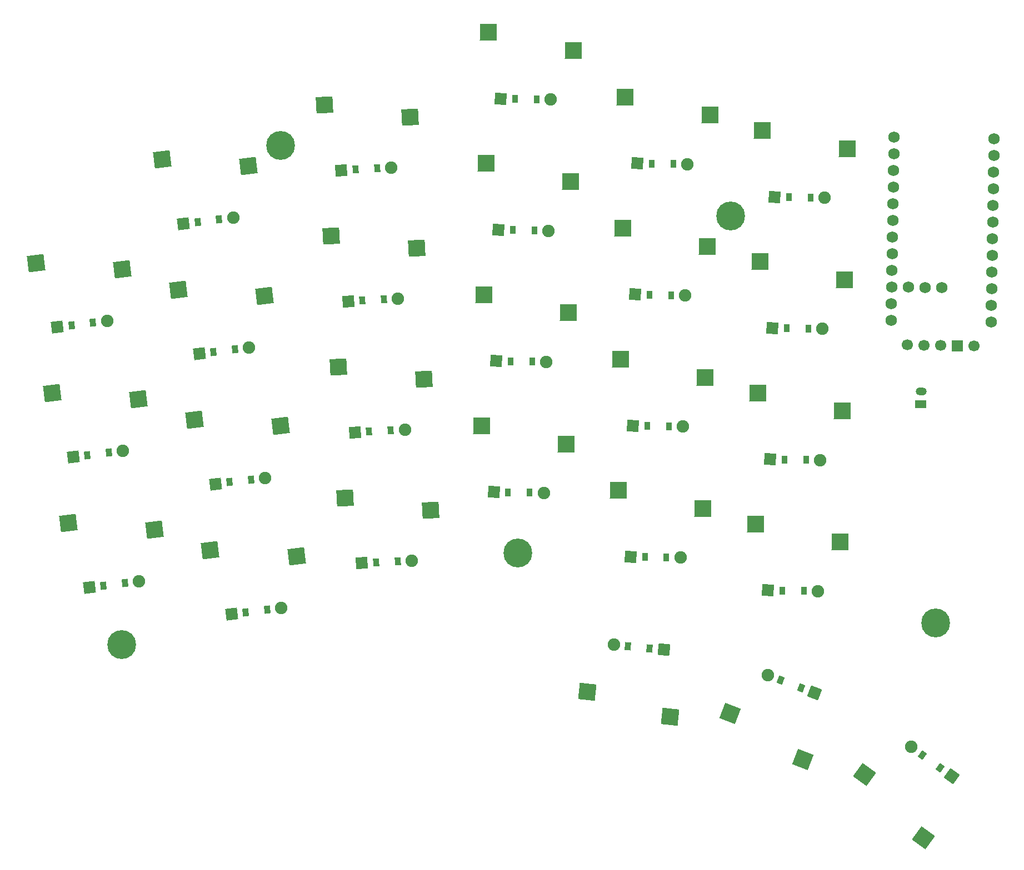
<source format=gbr>
%TF.GenerationSoftware,KiCad,Pcbnew,9.0.0*%
%TF.CreationDate,2025-03-06T12:11:22-05:00*%
%TF.ProjectId,proto1,70726f74-6f31-42e6-9b69-6361645f7063,v1.0.0*%
%TF.SameCoordinates,Original*%
%TF.FileFunction,Copper,L1,Top*%
%TF.FilePolarity,Positive*%
%FSLAX46Y46*%
G04 Gerber Fmt 4.6, Leading zero omitted, Abs format (unit mm)*
G04 Created by KiCad (PCBNEW 9.0.0) date 2025-03-06 12:11:22*
%MOMM*%
%LPD*%
G01*
G04 APERTURE LIST*
G04 Aperture macros list*
%AMHorizOval*
0 Thick line with rounded ends*
0 $1 width*
0 $2 $3 position (X,Y) of the first rounded end (center of the circle)*
0 $4 $5 position (X,Y) of the second rounded end (center of the circle)*
0 Add line between two ends*
20,1,$1,$2,$3,$4,$5,0*
0 Add two circle primitives to create the rounded ends*
1,1,$1,$2,$3*
1,1,$1,$4,$5*%
%AMRotRect*
0 Rectangle, with rotation*
0 The origin of the aperture is its center*
0 $1 length*
0 $2 width*
0 $3 Rotation angle, in degrees counterclockwise*
0 Add horizontal line*
21,1,$1,$2,0,0,$3*%
G04 Aperture macros list end*
%TA.AperFunction,SMDPad,CuDef*%
%ADD10RotRect,2.550000X2.500000X7.000000*%
%TD*%
%TA.AperFunction,SMDPad,CuDef*%
%ADD11RotRect,2.550000X2.500000X3.000000*%
%TD*%
%TA.AperFunction,SMDPad,CuDef*%
%ADD12RotRect,2.550000X2.500000X359.000000*%
%TD*%
%TA.AperFunction,SMDPad,CuDef*%
%ADD13RotRect,2.550000X2.500000X174.000000*%
%TD*%
%TA.AperFunction,SMDPad,CuDef*%
%ADD14RotRect,2.550000X2.500000X159.000000*%
%TD*%
%TA.AperFunction,SMDPad,CuDef*%
%ADD15RotRect,2.550000X2.500000X144.000000*%
%TD*%
%TA.AperFunction,SMDPad,CuDef*%
%ADD16RotRect,0.900000X1.200000X7.000000*%
%TD*%
%TA.AperFunction,ComponentPad*%
%ADD17RotRect,1.778000X1.778000X7.000000*%
%TD*%
%TA.AperFunction,ComponentPad*%
%ADD18C,1.905000*%
%TD*%
%TA.AperFunction,SMDPad,CuDef*%
%ADD19RotRect,0.900000X1.200000X3.000000*%
%TD*%
%TA.AperFunction,ComponentPad*%
%ADD20RotRect,1.778000X1.778000X3.000000*%
%TD*%
%TA.AperFunction,SMDPad,CuDef*%
%ADD21RotRect,0.900000X1.200000X359.000000*%
%TD*%
%TA.AperFunction,ComponentPad*%
%ADD22RotRect,1.778000X1.778000X359.000000*%
%TD*%
%TA.AperFunction,SMDPad,CuDef*%
%ADD23RotRect,0.900000X1.200000X174.000000*%
%TD*%
%TA.AperFunction,ComponentPad*%
%ADD24RotRect,1.778000X1.778000X174.000000*%
%TD*%
%TA.AperFunction,SMDPad,CuDef*%
%ADD25RotRect,0.900000X1.200000X159.000000*%
%TD*%
%TA.AperFunction,ComponentPad*%
%ADD26RotRect,1.778000X1.778000X159.000000*%
%TD*%
%TA.AperFunction,SMDPad,CuDef*%
%ADD27RotRect,0.900000X1.200000X144.000000*%
%TD*%
%TA.AperFunction,ComponentPad*%
%ADD28RotRect,1.778000X1.778000X144.000000*%
%TD*%
%TA.AperFunction,ComponentPad*%
%ADD29C,1.752600*%
%TD*%
%TA.AperFunction,ComponentPad*%
%ADD30HorizOval,1.700000X0.000000X0.000000X0.000000X0.000000X0*%
%TD*%
%TA.AperFunction,ComponentPad*%
%ADD31RotRect,1.700000X1.700000X359.000000*%
%TD*%
%TA.AperFunction,ComponentPad*%
%ADD32RotRect,1.200000X1.700000X89.000000*%
%TD*%
%TA.AperFunction,ComponentPad*%
%ADD33HorizOval,1.200000X-0.249962X0.004363X0.249962X-0.004363X0*%
%TD*%
%TA.AperFunction,ComponentPad*%
%ADD34C,2.600000*%
%TD*%
%TA.AperFunction,ConnectorPad*%
%ADD35C,4.400000*%
%TD*%
G04 APERTURE END LIST*
D10*
%TO.P,S1,1*%
%TO.N,P113*%
X149680658Y-135226474D03*
%TO.P,S1,2*%
%TO.N,outer_home*%
X136540466Y-134280812D03*
%TD*%
%TO.P,S2,1*%
%TO.N,P113*%
X147243271Y-115375551D03*
%TO.P,S2,2*%
%TO.N,outer_num*%
X134103079Y-114429889D03*
%TD*%
%TO.P,S3,1*%
%TO.N,P113*%
X144805884Y-95524628D03*
%TO.P,S3,2*%
%TO.N,outer_top*%
X131665692Y-94578966D03*
%TD*%
%TO.P,S4,1*%
%TO.N,P111*%
X171340652Y-139317277D03*
%TO.P,S4,2*%
%TO.N,pinky_bottom*%
X158200460Y-138371615D03*
%TD*%
%TO.P,S5,1*%
%TO.N,P111*%
X168903265Y-119466354D03*
%TO.P,S5,2*%
%TO.N,pinky_home*%
X155763073Y-118520692D03*
%TD*%
%TO.P,S6,1*%
%TO.N,P111*%
X166465878Y-99615431D03*
%TO.P,S6,2*%
%TO.N,pinky_num*%
X153325686Y-98669769D03*
%TD*%
%TO.P,S7,1*%
%TO.N,P111*%
X164028491Y-79764508D03*
%TO.P,S7,2*%
%TO.N,pinky_top*%
X150888299Y-78818846D03*
%TD*%
D11*
%TO.P,S8,1*%
%TO.N,P010*%
X191794490Y-132272483D03*
%TO.P,S8,2*%
%TO.N,ring_bottom*%
X178752273Y-130412511D03*
%TD*%
%TO.P,S9,1*%
%TO.N,P010*%
X190747771Y-112299892D03*
%TO.P,S9,2*%
%TO.N,ring_home*%
X177705554Y-110439920D03*
%TD*%
%TO.P,S10,1*%
%TO.N,P010*%
X189701052Y-92327301D03*
%TO.P,S10,2*%
%TO.N,ring_num*%
X176658835Y-90467329D03*
%TD*%
%TO.P,S11,1*%
%TO.N,P010*%
X188654333Y-72354711D03*
%TO.P,S11,2*%
%TO.N,ring_top*%
X175612116Y-70494739D03*
%TD*%
D12*
%TO.P,S12,1*%
%TO.N,P009*%
X212454412Y-122177803D03*
%TO.P,S12,2*%
%TO.N,middle_bottom*%
X199573710Y-119412583D03*
%TD*%
%TO.P,S13,1*%
%TO.N,P009*%
X212803460Y-102180849D03*
%TO.P,S13,2*%
%TO.N,middle_home*%
X199922758Y-99415629D03*
%TD*%
%TO.P,S14,1*%
%TO.N,P009*%
X213152508Y-82183895D03*
%TO.P,S14,2*%
%TO.N,middle_num*%
X200271806Y-79418675D03*
%TD*%
%TO.P,S15,1*%
%TO.N,P009*%
X213501556Y-62186941D03*
%TO.P,S15,2*%
%TO.N,middle_top*%
X200620854Y-59421721D03*
%TD*%
%TO.P,S16,1*%
%TO.N,P104*%
X233285416Y-132042857D03*
%TO.P,S16,2*%
%TO.N,index_bottom*%
X220404714Y-129277637D03*
%TD*%
%TO.P,S17,1*%
%TO.N,P104*%
X233634464Y-112045903D03*
%TO.P,S17,2*%
%TO.N,index_home*%
X220753762Y-109280683D03*
%TD*%
%TO.P,S18,1*%
%TO.N,P104*%
X233983512Y-92048949D03*
%TO.P,S18,2*%
%TO.N,index_num*%
X221102810Y-89283729D03*
%TD*%
%TO.P,S19,1*%
%TO.N,P104*%
X234332560Y-72051995D03*
%TO.P,S19,2*%
%TO.N,index_top*%
X221451858Y-69286775D03*
%TD*%
%TO.P,S20,1*%
%TO.N,P008*%
X254199318Y-137158634D03*
%TO.P,S20,2*%
%TO.N,inner_bottom*%
X241318616Y-134393414D03*
%TD*%
%TO.P,S21,1*%
%TO.N,P008*%
X254548367Y-117161680D03*
%TO.P,S21,2*%
%TO.N,inner_home*%
X241667665Y-114396460D03*
%TD*%
%TO.P,S22,1*%
%TO.N,P008*%
X254897415Y-97164726D03*
%TO.P,S22,2*%
%TO.N,inner_num*%
X242016713Y-94399506D03*
%TD*%
%TO.P,S23,1*%
%TO.N,P008*%
X255246463Y-77167772D03*
%TO.P,S23,2*%
%TO.N,inner_top*%
X242365761Y-74402552D03*
%TD*%
D13*
%TO.P,S24,1*%
%TO.N,P009*%
X215681400Y-159942709D03*
%TO.P,S24,2*%
%TO.N,layer_cluster*%
X228272082Y-163820035D03*
%TD*%
D14*
%TO.P,S25,1*%
%TO.N,P104*%
X237381920Y-163276139D03*
%TO.P,S25,2*%
%TO.N,layer2_cluster*%
X248540060Y-170280056D03*
%TD*%
D15*
%TO.P,S26,1*%
%TO.N,P008*%
X257919971Y-172559803D03*
%TO.P,S26,2*%
%TO.N,space_cluster*%
X266885159Y-182213006D03*
%TD*%
D16*
%TO.P,D1,1*%
%TO.N,P002*%
X141929663Y-143774800D03*
%TO.P,D1,2*%
%TO.N,outer_home*%
X145205065Y-143372632D03*
D17*
%TO.P,D1,1*%
%TO.N,P002*%
X139785763Y-144038038D03*
D18*
%TO.P,D1,2*%
%TO.N,outer_home*%
X147348965Y-143109394D03*
%TD*%
D16*
%TO.P,D2,1*%
%TO.N,P029*%
X139492276Y-123923877D03*
%TO.P,D2,2*%
%TO.N,outer_num*%
X142767678Y-123521709D03*
D17*
%TO.P,D2,1*%
%TO.N,P029*%
X137348376Y-124187115D03*
D18*
%TO.P,D2,2*%
%TO.N,outer_num*%
X144911578Y-123258471D03*
%TD*%
D16*
%TO.P,D3,1*%
%TO.N,P031*%
X137054889Y-104072954D03*
%TO.P,D3,2*%
%TO.N,outer_top*%
X140330291Y-103670786D03*
D17*
%TO.P,D3,1*%
%TO.N,P031*%
X134910989Y-104336192D03*
D18*
%TO.P,D3,2*%
%TO.N,outer_top*%
X142474191Y-103407548D03*
%TD*%
D16*
%TO.P,D4,1*%
%TO.N,P115*%
X163589657Y-147865603D03*
%TO.P,D4,2*%
%TO.N,pinky_bottom*%
X166865059Y-147463435D03*
D17*
%TO.P,D4,1*%
%TO.N,P115*%
X161445757Y-148128841D03*
D18*
%TO.P,D4,2*%
%TO.N,pinky_bottom*%
X169008959Y-147200197D03*
%TD*%
D16*
%TO.P,D5,1*%
%TO.N,P002*%
X161152270Y-128014680D03*
%TO.P,D5,2*%
%TO.N,pinky_home*%
X164427672Y-127612512D03*
D17*
%TO.P,D5,1*%
%TO.N,P002*%
X159008370Y-128277918D03*
D18*
%TO.P,D5,2*%
%TO.N,pinky_home*%
X166571572Y-127349274D03*
%TD*%
D16*
%TO.P,D6,1*%
%TO.N,P029*%
X158714883Y-108163757D03*
%TO.P,D6,2*%
%TO.N,pinky_num*%
X161990285Y-107761589D03*
D17*
%TO.P,D6,1*%
%TO.N,P029*%
X156570983Y-108426995D03*
D18*
%TO.P,D6,2*%
%TO.N,pinky_num*%
X164134185Y-107498351D03*
%TD*%
D16*
%TO.P,D7,1*%
%TO.N,P031*%
X156277496Y-88312834D03*
%TO.P,D7,2*%
%TO.N,pinky_top*%
X159552898Y-87910666D03*
D17*
%TO.P,D7,1*%
%TO.N,P031*%
X154133596Y-88576072D03*
D18*
%TO.P,D7,2*%
%TO.N,pinky_top*%
X161696798Y-87647428D03*
%TD*%
D19*
%TO.P,D8,1*%
%TO.N,P115*%
X183466074Y-140259303D03*
%TO.P,D8,2*%
%TO.N,ring_bottom*%
X186761552Y-140086595D03*
D20*
%TO.P,D8,1*%
%TO.N,P115*%
X181309034Y-140372349D03*
D18*
%TO.P,D8,2*%
%TO.N,ring_bottom*%
X188918592Y-139973549D03*
%TD*%
D19*
%TO.P,D9,1*%
%TO.N,P002*%
X182419355Y-120286713D03*
%TO.P,D9,2*%
%TO.N,ring_home*%
X185714833Y-120114005D03*
D20*
%TO.P,D9,1*%
%TO.N,P002*%
X180262315Y-120399759D03*
D18*
%TO.P,D9,2*%
%TO.N,ring_home*%
X187871873Y-120000959D03*
%TD*%
D19*
%TO.P,D10,1*%
%TO.N,P029*%
X181372636Y-100314122D03*
%TO.P,D10,2*%
%TO.N,ring_num*%
X184668114Y-100141414D03*
D20*
%TO.P,D10,1*%
%TO.N,P029*%
X179215596Y-100427168D03*
D18*
%TO.P,D10,2*%
%TO.N,ring_num*%
X186825154Y-100028368D03*
%TD*%
D19*
%TO.P,D11,1*%
%TO.N,P031*%
X180325917Y-80341531D03*
%TO.P,D11,2*%
%TO.N,ring_top*%
X183621395Y-80168823D03*
D20*
%TO.P,D11,1*%
%TO.N,P031*%
X178168877Y-80454577D03*
D18*
%TO.P,D11,2*%
%TO.N,ring_top*%
X185778435Y-80055777D03*
%TD*%
D21*
%TO.P,D12,1*%
%TO.N,P115*%
X203589151Y-129564209D03*
%TO.P,D12,2*%
%TO.N,middle_bottom*%
X206888649Y-129621801D03*
D22*
%TO.P,D12,1*%
%TO.N,P115*%
X201429480Y-129526511D03*
D18*
%TO.P,D12,2*%
%TO.N,middle_bottom*%
X209048320Y-129659499D03*
%TD*%
D21*
%TO.P,D13,1*%
%TO.N,P002*%
X203938199Y-109567255D03*
%TO.P,D13,2*%
%TO.N,middle_home*%
X207237697Y-109624847D03*
D22*
%TO.P,D13,1*%
%TO.N,P002*%
X201778528Y-109529557D03*
D18*
%TO.P,D13,2*%
%TO.N,middle_home*%
X209397368Y-109662545D03*
%TD*%
D21*
%TO.P,D14,1*%
%TO.N,P029*%
X204287247Y-89570301D03*
%TO.P,D14,2*%
%TO.N,middle_num*%
X207586745Y-89627893D03*
D22*
%TO.P,D14,1*%
%TO.N,P029*%
X202127576Y-89532603D03*
D18*
%TO.P,D14,2*%
%TO.N,middle_num*%
X209746416Y-89665591D03*
%TD*%
D21*
%TO.P,D15,1*%
%TO.N,P031*%
X204636295Y-69573347D03*
%TO.P,D15,2*%
%TO.N,middle_top*%
X207935793Y-69630939D03*
D22*
%TO.P,D15,1*%
%TO.N,P031*%
X202476624Y-69535649D03*
D18*
%TO.P,D15,2*%
%TO.N,middle_top*%
X210095464Y-69668637D03*
%TD*%
D21*
%TO.P,D16,1*%
%TO.N,P115*%
X224420155Y-139429262D03*
%TO.P,D16,2*%
%TO.N,index_bottom*%
X227719653Y-139486854D03*
D22*
%TO.P,D16,1*%
%TO.N,P115*%
X222260484Y-139391564D03*
D18*
%TO.P,D16,2*%
%TO.N,index_bottom*%
X229879324Y-139524552D03*
%TD*%
D21*
%TO.P,D17,1*%
%TO.N,P002*%
X224769203Y-119432308D03*
%TO.P,D17,2*%
%TO.N,index_home*%
X228068701Y-119489900D03*
D22*
%TO.P,D17,1*%
%TO.N,P002*%
X222609532Y-119394610D03*
D18*
%TO.P,D17,2*%
%TO.N,index_home*%
X230228372Y-119527598D03*
%TD*%
D21*
%TO.P,D18,1*%
%TO.N,P029*%
X225118251Y-99435354D03*
%TO.P,D18,2*%
%TO.N,index_num*%
X228417749Y-99492946D03*
D22*
%TO.P,D18,1*%
%TO.N,P029*%
X222958580Y-99397656D03*
D18*
%TO.P,D18,2*%
%TO.N,index_num*%
X230577420Y-99530644D03*
%TD*%
D21*
%TO.P,D19,1*%
%TO.N,P031*%
X225467299Y-79438400D03*
%TO.P,D19,2*%
%TO.N,index_top*%
X228766797Y-79495992D03*
D22*
%TO.P,D19,1*%
%TO.N,P031*%
X223307628Y-79400702D03*
D18*
%TO.P,D19,2*%
%TO.N,index_top*%
X230926468Y-79533690D03*
%TD*%
D21*
%TO.P,D20,1*%
%TO.N,P115*%
X245334057Y-144545039D03*
%TO.P,D20,2*%
%TO.N,inner_bottom*%
X248633555Y-144602631D03*
D22*
%TO.P,D20,1*%
%TO.N,P115*%
X243174386Y-144507341D03*
D18*
%TO.P,D20,2*%
%TO.N,inner_bottom*%
X250793226Y-144640329D03*
%TD*%
D21*
%TO.P,D21,1*%
%TO.N,P002*%
X245683106Y-124548085D03*
%TO.P,D21,2*%
%TO.N,inner_home*%
X248982604Y-124605677D03*
D22*
%TO.P,D21,1*%
%TO.N,P002*%
X243523435Y-124510387D03*
D18*
%TO.P,D21,2*%
%TO.N,inner_home*%
X251142275Y-124643375D03*
%TD*%
D21*
%TO.P,D22,1*%
%TO.N,P029*%
X246032154Y-104551131D03*
%TO.P,D22,2*%
%TO.N,inner_num*%
X249331652Y-104608723D03*
D22*
%TO.P,D22,1*%
%TO.N,P029*%
X243872483Y-104513433D03*
D18*
%TO.P,D22,2*%
%TO.N,inner_num*%
X251491323Y-104646421D03*
%TD*%
D21*
%TO.P,D23,1*%
%TO.N,P031*%
X246381202Y-84554177D03*
%TO.P,D23,2*%
%TO.N,inner_top*%
X249680700Y-84611769D03*
D22*
%TO.P,D23,1*%
%TO.N,P031*%
X244221531Y-84516479D03*
D18*
%TO.P,D23,2*%
%TO.N,inner_top*%
X251840371Y-84649467D03*
%TD*%
D23*
%TO.P,D24,1*%
%TO.N,P106*%
X225156693Y-153357071D03*
%TO.P,D24,2*%
%TO.N,layer_cluster*%
X221874771Y-153012127D03*
D24*
%TO.P,D24,1*%
%TO.N,P106*%
X227304860Y-153582852D03*
D18*
%TO.P,D24,2*%
%TO.N,layer_cluster*%
X219726604Y-152786346D03*
%TD*%
D25*
%TO.P,D25,1*%
%TO.N,P106*%
X248238839Y-159367287D03*
%TO.P,D25,2*%
%TO.N,layer2_cluster*%
X245158023Y-158184673D03*
D26*
%TO.P,D25,1*%
%TO.N,P106*%
X250255372Y-160141362D03*
D18*
%TO.P,D25,2*%
%TO.N,layer2_cluster*%
X243141490Y-157410598D03*
%TD*%
D27*
%TO.P,D26,1*%
%TO.N,P106*%
X269418636Y-171594119D03*
%TO.P,D26,2*%
%TO.N,space_cluster*%
X266748880Y-169654427D03*
D28*
%TO.P,D26,1*%
%TO.N,P106*%
X271166113Y-172863735D03*
D18*
%TO.P,D26,2*%
%TO.N,space_cluster*%
X265001403Y-168384811D03*
%TD*%
D29*
%TO.P,MCU1,1*%
%TO.N,P006*%
X277661737Y-75628738D03*
%TO.P,MCU1,2*%
%TO.N,P008*%
X277617407Y-78168351D03*
%TO.P,MCU1,3*%
%TO.N,GND*%
X277573078Y-80707964D03*
%TO.P,MCU1,4*%
X277528749Y-83247577D03*
%TO.P,MCU1,5*%
%TO.N,P017*%
X277484420Y-85787191D03*
%TO.P,MCU1,6*%
%TO.N,P020*%
X277440091Y-88326804D03*
%TO.P,MCU1,7*%
%TO.N,P022*%
X277395762Y-90866417D03*
%TO.P,MCU1,8*%
%TO.N,P024*%
X277351433Y-93406030D03*
%TO.P,MCU1,9*%
%TO.N,P100*%
X277307104Y-95945643D03*
%TO.P,MCU1,10*%
%TO.N,P011*%
X277262775Y-98485256D03*
%TO.P,MCU1,11*%
%TO.N,P104*%
X277218445Y-101024869D03*
%TO.P,MCU1,12*%
%TO.N,P106*%
X277174116Y-103564483D03*
%TO.P,MCU1,13*%
%TO.N,P009*%
X261936437Y-103298508D03*
%TO.P,MCU1,14*%
%TO.N,P010*%
X261980767Y-100758895D03*
%TO.P,MCU1,15*%
%TO.N,P111*%
X262025096Y-98219282D03*
%TO.P,MCU1,16*%
%TO.N,P113*%
X262069425Y-95679669D03*
%TO.P,MCU1,17*%
%TO.N,P115*%
X262113754Y-93140055D03*
%TO.P,MCU1,18*%
%TO.N,P002*%
X262158083Y-90600442D03*
%TO.P,MCU1,19*%
%TO.N,P029*%
X262202412Y-88060829D03*
%TO.P,MCU1,20*%
%TO.N,P031*%
X262246741Y-85521216D03*
%TO.P,MCU1,21*%
%TO.N,VCC*%
X262291070Y-82981603D03*
%TO.P,MCU1,22*%
%TO.N,RST*%
X262335399Y-80441990D03*
%TO.P,MCU1,23*%
%TO.N,GND*%
X262379729Y-77902377D03*
%TO.P,MCU1,24*%
%TO.N,RAW*%
X262424058Y-75362763D03*
%TO.P,MCU1,31*%
%TO.N,P101*%
X264564709Y-98263611D03*
%TO.P,MCU1,32*%
%TO.N,P102*%
X267104322Y-98307940D03*
%TO.P,MCU1,33*%
%TO.N,P107*%
X269643935Y-98352269D03*
%TD*%
D30*
%TO.P,niceView1,5*%
%TO.N,P100*%
X264410953Y-107072269D03*
%TO.P,niceView1,4*%
%TO.N,P024*%
X266950566Y-107116598D03*
%TO.P,niceView1,3*%
%TO.N,VCC*%
X269490179Y-107160927D03*
D31*
%TO.P,niceView1,2*%
%TO.N,GND*%
X272029792Y-107205256D03*
D30*
%TO.P,niceView1,1*%
%TO.N,P006*%
X274569405Y-107249585D03*
%TD*%
D32*
%TO.P,JST1,1*%
%TO.N,VCC*%
X266482670Y-116159810D03*
D33*
%TO.P,JST1,2*%
%TO.N,GND*%
X266517574Y-114160114D03*
%TD*%
D34*
%TO.P,_1,1*%
%TO.N,N/C*%
X144694655Y-152754768D03*
D35*
X144694655Y-152754768D03*
%TD*%
D34*
%TO.P,_2,1*%
%TO.N,N/C*%
X205077465Y-138841596D03*
D35*
X205077465Y-138841596D03*
%TD*%
D34*
%TO.P,_3,1*%
%TO.N,N/C*%
X268751943Y-149454485D03*
D35*
X268751943Y-149454485D03*
%TD*%
D34*
%TO.P,_4,1*%
%TO.N,N/C*%
X237530185Y-87400139D03*
D35*
X237530185Y-87400139D03*
%TD*%
D34*
%TO.P,_5,1*%
%TO.N,N/C*%
X168954449Y-76681202D03*
D35*
X168954449Y-76681202D03*
%TD*%
M02*

</source>
